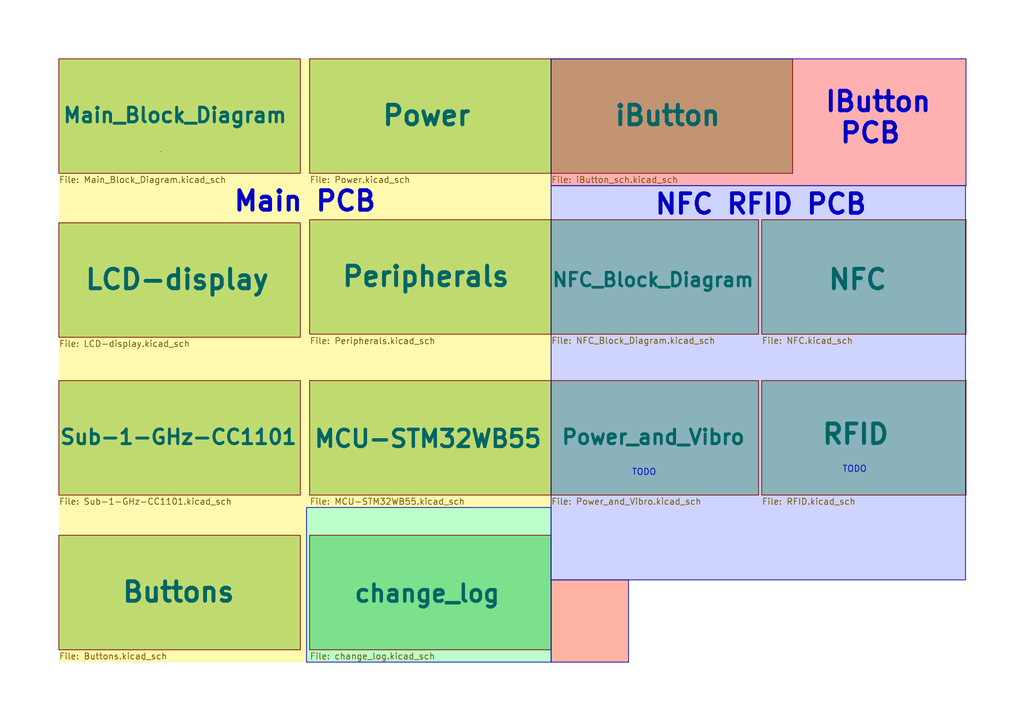
<source format=kicad_sch>
(kicad_sch
	(version 20231120)
	(generator "eeschema")
	(generator_version "8.0")
	(uuid "6fd3b1c7-f4ee-4f40-ae71-a0439f037db8")
	(paper "A5")
	(title_block
		(title "Flipper Device DIY")
		(rev "13.F7B9C6")
		(company "Originally from : Flipper Devices Inc.")
		(comment 1 "DIY Version 1.0")
	)
	(lib_symbols)
	(rectangle
		(start 12.065 12.065)
		(end 113.03 104.14)
		(stroke
			(width -0.0001)
			(type default)
		)
		(fill
			(type color)
			(color 255 243 84 0.46)
		)
		(uuid 85f9973f-125f-4d72-93cc-64c175cf47dd)
	)
	(rectangle
		(start 113.03 38.1)
		(end 198.0265 119.0065)
		(stroke
			(width 0)
			(type default)
		)
		(fill
			(type color)
			(color 138 148 255 0.41)
		)
		(uuid af4cfebb-8580-4c77-967a-e3a1439aa57d)
	)
	(rectangle
		(start 113.03 12.065)
		(end 198.12 38.1)
		(stroke
			(width 0)
			(type default)
		)
		(fill
			(type color)
			(color 255 96 96 0.49)
		)
		(uuid b5c518f2-81a5-41c5-a4dc-fed880b5096d)
	)
	(rectangle
		(start 113.0487 119.0045)
		(end 128.903 135.89)
		(stroke
			(width 0)
			(type default)
		)
		(fill
			(type color)
			(color 255 83 46 0.44)
		)
		(uuid c1226049-1cf6-458e-ac06-dc9bdbb4ff47)
	)
	(rectangle
		(start 33.02 31.115)
		(end 33.02 31.115)
		(stroke
			(width 0)
			(type default)
		)
		(fill
			(type none)
		)
		(uuid da2b6d3d-d35c-48da-930b-a80a2e4cc4d0)
	)
	(rectangle
		(start 12.065 104.14)
		(end 62.865 135.89)
		(stroke
			(width -0.0001)
			(type default)
		)
		(fill
			(type color)
			(color 255 243 84 0.46)
		)
		(uuid eaf21491-087d-4cee-9b54-603c81253131)
	)
	(rectangle
		(start 62.865 104.14)
		(end 113.03 135.89)
		(stroke
			(width 0)
			(type default)
		)
		(fill
			(type color)
			(color 110 255 142 0.46)
		)
		(uuid ecad0a80-809a-4c94-8dc2-038c2dc5dcee)
	)
	(text "TODO"
		(exclude_from_sim no)
		(at 129.54 97.79 0)
		(effects
			(font
				(size 1.27 1.27)
			)
			(justify left bottom)
		)
		(uuid "332cb0e7-805c-4fe0-9837-fb20a342ebe8")
	)
	(text "IButton \n PCB"
		(exclude_from_sim no)
		(at 168.91 29.845 0)
		(effects
			(font
				(size 4 4)
				(bold yes)
			)
			(justify left bottom)
		)
		(uuid "958fe7fa-2293-4d2b-b516-20a99e298bcb")
	)
	(text "Main PCB"
		(exclude_from_sim no)
		(at 47.625 43.815 0)
		(effects
			(font
				(size 4 4)
				(thickness 0.8)
				(bold yes)
			)
			(justify left bottom)
		)
		(uuid "c02b68d3-eb37-4175-ba7e-c6a87234ea17")
	)
	(text "NFC RFID PCB"
		(exclude_from_sim no)
		(at 133.985 44.45 0)
		(effects
			(font
				(size 4 4)
				(bold yes)
			)
			(justify left bottom)
		)
		(uuid "c7ed30f6-f89a-4426-9081-31c75b971d14")
	)
	(text "TODO"
		(exclude_from_sim no)
		(at 172.72 97.155 0)
		(effects
			(font
				(size 1.27 1.27)
			)
			(justify left bottom)
		)
		(uuid "f57b5807-3009-46fb-a3f3-cc89f9be05c0")
	)
	(sheet
		(at 156.21 78.105)
		(size 41.91 23.495)
		(stroke
			(width 0.1524)
			(type solid)
		)
		(fill
			(color 0 132 0 0.4588)
		)
		(uuid "02c2e9ea-170f-4763-bb5e-4dbd82101adc")
		(property "Sheetname" "RFID"
			(at 168.275 91.44 0)
			(effects
				(font
					(size 4 4)
					(bold yes)
				)
				(justify left bottom)
			)
		)
		(property "Sheetfile" "RFID.kicad_sch"
			(at 156.21 102.1846 0)
			(effects
				(font
					(size 1.27 1.27)
				)
				(justify left top)
			)
		)
		(instances
			(project "Flipper_Zero_DIY"
				(path "/6fd3b1c7-f4ee-4f40-ae71-a0439f037db8"
					(page "13")
				)
			)
		)
	)
	(sheet
		(at 156.21 45.085)
		(size 41.91 23.495)
		(stroke
			(width 0.1524)
			(type solid)
		)
		(fill
			(color 0 132 0 0.4588)
		)
		(uuid "3150230f-fc42-4f51-b6aa-576c3f46b615")
		(property "Sheetname" "NFC"
			(at 169.545 59.69 0)
			(effects
				(font
					(size 4 4)
					(bold yes)
				)
				(justify left bottom)
			)
		)
		(property "Sheetfile" "NFC.kicad_sch"
			(at 156.21 69.1646 0)
			(effects
				(font
					(size 1.27 1.27)
				)
				(justify left top)
			)
		)
		(instances
			(project "Flipper_Zero_DIY"
				(path "/6fd3b1c7-f4ee-4f40-ae71-a0439f037db8"
					(page "11")
				)
			)
		)
	)
	(sheet
		(at 12.065 45.72)
		(size 49.53 23.495)
		(stroke
			(width 0.1524)
			(type solid)
		)
		(fill
			(color 0 132 0 0.4588)
		)
		(uuid "341fdb60-c0a6-4542-a819-91b4604ca30b")
		(property "Sheetname" "LCD-display"
			(at 17.145 59.69 0)
			(effects
				(font
					(size 4 4)
					(bold yes)
				)
				(justify left bottom)
			)
		)
		(property "Sheetfile" "LCD-display.kicad_sch"
			(at 12.065 69.7996 0)
			(effects
				(font
					(size 1.27 1.27)
				)
				(justify left top)
			)
		)
		(instances
			(project "Flipper_Zero_DIY"
				(path "/6fd3b1c7-f4ee-4f40-ae71-a0439f037db8"
					(page "6")
				)
			)
		)
	)
	(sheet
		(at 63.5 78.105)
		(size 49.53 23.495)
		(stroke
			(width 0.1524)
			(type solid)
		)
		(fill
			(color 0 132 0 0.4588)
		)
		(uuid "3c4a817d-5c25-43ae-9205-7ae290fb93d7")
		(property "Sheetname" "MCU-STM32WB55"
			(at 64.135 92.075 0)
			(effects
				(font
					(size 3.5 3.5)
					(bold yes)
				)
				(justify left bottom)
			)
		)
		(property "Sheetfile" "MCU-STM32WB55.kicad_sch"
			(at 63.5 102.1846 0)
			(effects
				(font
					(size 1.27 1.27)
				)
				(justify left top)
			)
		)
		(instances
			(project "Flipper_Zero_DIY"
				(path "/6fd3b1c7-f4ee-4f40-ae71-a0439f037db8"
					(page "5")
				)
			)
		)
	)
	(sheet
		(at 113.03 12.065)
		(size 49.53 23.495)
		(stroke
			(width 0.1524)
			(type solid)
		)
		(fill
			(color 0 132 0 0.4588)
		)
		(uuid "4001b5ba-de94-4931-8d86-73d20ca7a680")
		(property "Sheetname" "iButton"
			(at 125.73 26.035 0)
			(effects
				(font
					(size 4 4)
					(bold yes)
				)
				(justify left bottom)
			)
		)
		(property "Sheetfile" "iButton_sch.kicad_sch"
			(at 113.03 36.1446 0)
			(effects
				(font
					(size 1.27 1.27)
				)
				(justify left top)
			)
		)
		(instances
			(project "Flipper_Zero_DIY"
				(path "/6fd3b1c7-f4ee-4f40-ae71-a0439f037db8"
					(page "9")
				)
			)
		)
	)
	(sheet
		(at 63.5 12.065)
		(size 49.53 23.495)
		(stroke
			(width 0.1524)
			(type solid)
		)
		(fill
			(color 0 132 0 0.4588)
		)
		(uuid "574ce9ea-c3fa-46b8-8d0b-f8692bcd0c57")
		(property "Sheetname" "Power"
			(at 78.105 26.035 0)
			(effects
				(font
					(size 4 4)
					(bold yes)
				)
				(justify left bottom)
			)
		)
		(property "Sheetfile" "Power.kicad_sch"
			(at 63.5 36.1446 0)
			(effects
				(font
					(size 1.27 1.27)
				)
				(justify left top)
			)
		)
		(instances
			(project "Flipper_Zero_DIY"
				(path "/6fd3b1c7-f4ee-4f40-ae71-a0439f037db8"
					(page "3")
				)
			)
		)
	)
	(sheet
		(at 12.065 109.855)
		(size 49.53 23.495)
		(stroke
			(width 0.1524)
			(type solid)
		)
		(fill
			(color 0 132 0 0.4588)
		)
		(uuid "64c69069-35fd-4bf7-9928-a7349a5a8e14")
		(property "Sheetname" "Buttons"
			(at 24.765 123.825 0)
			(effects
				(font
					(size 4 4)
					(bold yes)
				)
				(justify left bottom)
			)
		)
		(property "Sheetfile" "Buttons.kicad_sch"
			(at 12.065 133.9346 0)
			(effects
				(font
					(size 1.27 1.27)
				)
				(justify left top)
			)
		)
		(instances
			(project "Flipper_Zero_DIY"
				(path "/6fd3b1c7-f4ee-4f40-ae71-a0439f037db8"
					(page "8")
				)
			)
		)
	)
	(sheet
		(at 113.03 45.085)
		(size 42.545 23.495)
		(stroke
			(width 0.1524)
			(type solid)
		)
		(fill
			(color 0 132 0 0.4588)
		)
		(uuid "6eb83f5a-7b16-426a-9130-a087b28e79cc")
		(property "Sheetname" "NFC_Block_Diagram"
			(at 113.03 59.055 0)
			(effects
				(font
					(size 2.8 2.8)
					(bold yes)
				)
				(justify left bottom)
			)
		)
		(property "Sheetfile" "NFC_Block_Diagram.kicad_sch"
			(at 113.03 69.1646 0)
			(effects
				(font
					(size 1.27 1.27)
				)
				(justify left top)
			)
		)
		(instances
			(project "Flipper_Zero_DIY"
				(path "/6fd3b1c7-f4ee-4f40-ae71-a0439f037db8"
					(page "10")
				)
			)
		)
	)
	(sheet
		(at 12.065 12.065)
		(size 49.53 23.495)
		(stroke
			(width 0.1524)
			(type solid)
		)
		(fill
			(color 0 132 0 0.4600)
		)
		(uuid "8de03230-0fbb-4dc8-83dd-160a4cc10118")
		(property "Sheetname" "Main_Block_Diagram"
			(at 12.7 25.4 0)
			(effects
				(font
					(size 3 3)
					(bold yes)
				)
				(justify left bottom)
			)
		)
		(property "Sheetfile" "Main_Block_Diagram.kicad_sch"
			(at 12.065 36.1446 0)
			(effects
				(font
					(size 1.27 1.27)
				)
				(justify left top)
			)
		)
		(instances
			(project "Flipper_Zero_DIY"
				(path "/6fd3b1c7-f4ee-4f40-ae71-a0439f037db8"
					(page "2")
				)
			)
		)
	)
	(sheet
		(at 12.065 78.105)
		(size 49.53 23.495)
		(stroke
			(width 0.1524)
			(type solid)
		)
		(fill
			(color 0 132 0 0.4588)
		)
		(uuid "92a95282-e6d1-4acc-9253-4231b5f831de")
		(property "Sheetname" "Sub-1-GHz-CC1101"
			(at 12.065 91.44 0)
			(effects
				(font
					(size 3 3)
					(bold yes)
				)
				(justify left bottom)
			)
		)
		(property "Sheetfile" "Sub-1-GHz-CC1101.kicad_sch"
			(at 12.065 102.1846 0)
			(effects
				(font
					(size 1.27 1.27)
				)
				(justify left top)
			)
		)
		(instances
			(project "Flipper_Zero_DIY"
				(path "/6fd3b1c7-f4ee-4f40-ae71-a0439f037db8"
					(page "7")
				)
			)
		)
	)
	(sheet
		(at 63.5 109.855)
		(size 49.53 23.495)
		(stroke
			(width 0.1524)
			(type solid)
		)
		(fill
			(color 0 132 0 0.4588)
		)
		(uuid "9fe18208-ca74-497d-87ec-8e97e80c6459")
		(property "Sheetname" "change_log"
			(at 72.39 123.825 0)
			(effects
				(font
					(size 3.5 3.5)
					(bold yes)
				)
				(justify left bottom)
			)
		)
		(property "Sheetfile" "change_log.kicad_sch"
			(at 63.5 133.9346 0)
			(effects
				(font
					(size 1.27 1.27)
				)
				(justify left top)
			)
		)
		(instances
			(project "Flipper_Zero_DIY"
				(path "/6fd3b1c7-f4ee-4f40-ae71-a0439f037db8"
					(page "14")
				)
			)
		)
	)
	(sheet
		(at 63.5 45.085)
		(size 49.53 23.495)
		(stroke
			(width 0.1524)
			(type solid)
		)
		(fill
			(color 0 132 0 0.4588)
		)
		(uuid "df3e630c-89cc-4e6d-867b-b681a42511f6")
		(property "Sheetname" "Peripherals"
			(at 69.85 59.055 0)
			(effects
				(font
					(size 4 4)
					(bold yes)
				)
				(justify left bottom)
			)
		)
		(property "Sheetfile" "Peripherals.kicad_sch"
			(at 63.5 69.215 0)
			(effects
				(font
					(size 1.27 1.27)
				)
				(justify left top)
			)
		)
		(instances
			(project "Flipper_Zero_DIY"
				(path "/6fd3b1c7-f4ee-4f40-ae71-a0439f037db8"
					(page "4")
				)
			)
		)
	)
	(sheet
		(at 113.03 78.105)
		(size 42.545 23.495)
		(stroke
			(width 0.1524)
			(type solid)
		)
		(fill
			(color 0 132 0 0.4588)
		)
		(uuid "f971560e-1eca-4abf-9deb-40112c85a0f3")
		(property "Sheetname" "Power_and_Vibro"
			(at 114.935 91.44 0)
			(effects
				(font
					(size 3 3)
					(bold yes)
				)
				(justify left bottom)
			)
		)
		(property "Sheetfile" "Power_and_Vibro.kicad_sch"
			(at 113.03 102.1846 0)
			(effects
				(font
					(size 1.27 1.27)
				)
				(justify left top)
			)
		)
		(instances
			(project "Flipper_Zero_DIY"
				(path "/6fd3b1c7-f4ee-4f40-ae71-a0439f037db8"
					(page "12")
				)
			)
		)
	)
	(sheet_instances
		(path "/"
			(page "1")
		)
	)
)

</source>
